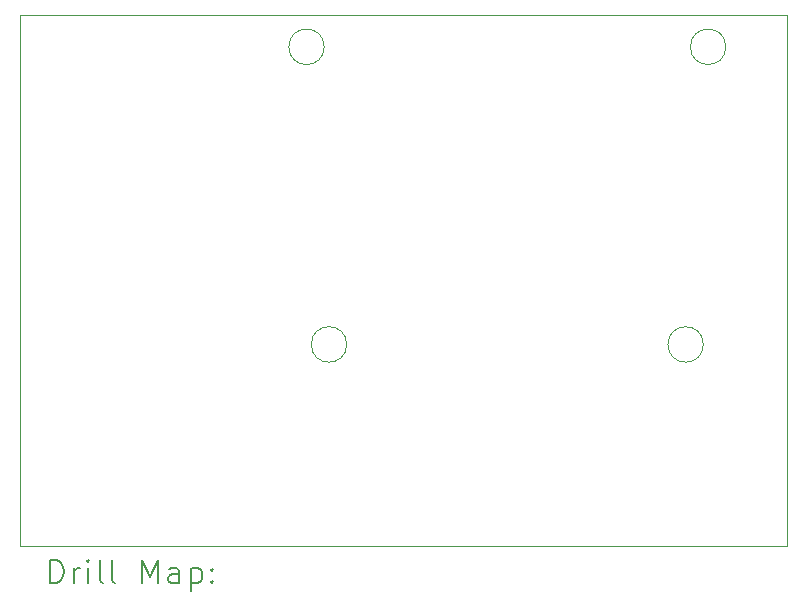
<source format=gbr>
%TF.GenerationSoftware,KiCad,Pcbnew,8.0.5-8.0.5-0~ubuntu22.04.1*%
%TF.CreationDate,2025-05-20T11:09:29+05:30*%
%TF.ProjectId,esp32_nichrome_wire,65737033-325f-46e6-9963-68726f6d655f,rev?*%
%TF.SameCoordinates,Original*%
%TF.FileFunction,Drillmap*%
%TF.FilePolarity,Positive*%
%FSLAX45Y45*%
G04 Gerber Fmt 4.5, Leading zero omitted, Abs format (unit mm)*
G04 Created by KiCad (PCBNEW 8.0.5-8.0.5-0~ubuntu22.04.1) date 2025-05-20 11:09:29*
%MOMM*%
%LPD*%
G01*
G04 APERTURE LIST*
%ADD10C,0.050000*%
%ADD11C,0.200000*%
G04 APERTURE END LIST*
D10*
X-3086500Y-4676500D02*
G75*
G02*
X-3386500Y-4676500I-150000J0D01*
G01*
X-3386500Y-4676500D02*
G75*
G02*
X-3086500Y-4676500I150000J0D01*
G01*
X-8876500Y-1886500D02*
X-2376500Y-1886500D01*
X-2376500Y-6386500D01*
X-8876500Y-6386500D01*
X-8876500Y-1886500D01*
X-2896500Y-2156500D02*
G75*
G02*
X-3196500Y-2156500I-150000J0D01*
G01*
X-3196500Y-2156500D02*
G75*
G02*
X-2896500Y-2156500I150000J0D01*
G01*
X-6296500Y-2156500D02*
G75*
G02*
X-6596500Y-2156500I-150000J0D01*
G01*
X-6596500Y-2156500D02*
G75*
G02*
X-6296500Y-2156500I150000J0D01*
G01*
X-6106500Y-4676500D02*
G75*
G02*
X-6406500Y-4676500I-150000J0D01*
G01*
X-6406500Y-4676500D02*
G75*
G02*
X-6106500Y-4676500I150000J0D01*
G01*
D11*
X-8618223Y-6700484D02*
X-8618223Y-6500484D01*
X-8618223Y-6500484D02*
X-8570604Y-6500484D01*
X-8570604Y-6500484D02*
X-8542033Y-6510008D01*
X-8542033Y-6510008D02*
X-8522985Y-6529055D01*
X-8522985Y-6529055D02*
X-8513461Y-6548103D01*
X-8513461Y-6548103D02*
X-8503937Y-6586198D01*
X-8503937Y-6586198D02*
X-8503937Y-6614769D01*
X-8503937Y-6614769D02*
X-8513461Y-6652865D01*
X-8513461Y-6652865D02*
X-8522985Y-6671912D01*
X-8522985Y-6671912D02*
X-8542033Y-6690960D01*
X-8542033Y-6690960D02*
X-8570604Y-6700484D01*
X-8570604Y-6700484D02*
X-8618223Y-6700484D01*
X-8418223Y-6700484D02*
X-8418223Y-6567150D01*
X-8418223Y-6605246D02*
X-8408699Y-6586198D01*
X-8408699Y-6586198D02*
X-8399176Y-6576674D01*
X-8399176Y-6576674D02*
X-8380128Y-6567150D01*
X-8380128Y-6567150D02*
X-8361080Y-6567150D01*
X-8294414Y-6700484D02*
X-8294414Y-6567150D01*
X-8294414Y-6500484D02*
X-8303937Y-6510008D01*
X-8303937Y-6510008D02*
X-8294414Y-6519531D01*
X-8294414Y-6519531D02*
X-8284890Y-6510008D01*
X-8284890Y-6510008D02*
X-8294414Y-6500484D01*
X-8294414Y-6500484D02*
X-8294414Y-6519531D01*
X-8170604Y-6700484D02*
X-8189652Y-6690960D01*
X-8189652Y-6690960D02*
X-8199175Y-6671912D01*
X-8199175Y-6671912D02*
X-8199175Y-6500484D01*
X-8065842Y-6700484D02*
X-8084890Y-6690960D01*
X-8084890Y-6690960D02*
X-8094414Y-6671912D01*
X-8094414Y-6671912D02*
X-8094414Y-6500484D01*
X-7837271Y-6700484D02*
X-7837271Y-6500484D01*
X-7837271Y-6500484D02*
X-7770604Y-6643341D01*
X-7770604Y-6643341D02*
X-7703937Y-6500484D01*
X-7703937Y-6500484D02*
X-7703937Y-6700484D01*
X-7522985Y-6700484D02*
X-7522985Y-6595722D01*
X-7522985Y-6595722D02*
X-7532509Y-6576674D01*
X-7532509Y-6576674D02*
X-7551556Y-6567150D01*
X-7551556Y-6567150D02*
X-7589652Y-6567150D01*
X-7589652Y-6567150D02*
X-7608699Y-6576674D01*
X-7522985Y-6690960D02*
X-7542033Y-6700484D01*
X-7542033Y-6700484D02*
X-7589652Y-6700484D01*
X-7589652Y-6700484D02*
X-7608699Y-6690960D01*
X-7608699Y-6690960D02*
X-7618223Y-6671912D01*
X-7618223Y-6671912D02*
X-7618223Y-6652865D01*
X-7618223Y-6652865D02*
X-7608699Y-6633817D01*
X-7608699Y-6633817D02*
X-7589652Y-6624293D01*
X-7589652Y-6624293D02*
X-7542033Y-6624293D01*
X-7542033Y-6624293D02*
X-7522985Y-6614769D01*
X-7427747Y-6567150D02*
X-7427747Y-6767150D01*
X-7427747Y-6576674D02*
X-7408699Y-6567150D01*
X-7408699Y-6567150D02*
X-7370604Y-6567150D01*
X-7370604Y-6567150D02*
X-7351556Y-6576674D01*
X-7351556Y-6576674D02*
X-7342033Y-6586198D01*
X-7342033Y-6586198D02*
X-7332509Y-6605246D01*
X-7332509Y-6605246D02*
X-7332509Y-6662388D01*
X-7332509Y-6662388D02*
X-7342033Y-6681436D01*
X-7342033Y-6681436D02*
X-7351556Y-6690960D01*
X-7351556Y-6690960D02*
X-7370604Y-6700484D01*
X-7370604Y-6700484D02*
X-7408699Y-6700484D01*
X-7408699Y-6700484D02*
X-7427747Y-6690960D01*
X-7246794Y-6681436D02*
X-7237271Y-6690960D01*
X-7237271Y-6690960D02*
X-7246794Y-6700484D01*
X-7246794Y-6700484D02*
X-7256318Y-6690960D01*
X-7256318Y-6690960D02*
X-7246794Y-6681436D01*
X-7246794Y-6681436D02*
X-7246794Y-6700484D01*
X-7246794Y-6576674D02*
X-7237271Y-6586198D01*
X-7237271Y-6586198D02*
X-7246794Y-6595722D01*
X-7246794Y-6595722D02*
X-7256318Y-6586198D01*
X-7256318Y-6586198D02*
X-7246794Y-6576674D01*
X-7246794Y-6576674D02*
X-7246794Y-6595722D01*
M02*

</source>
